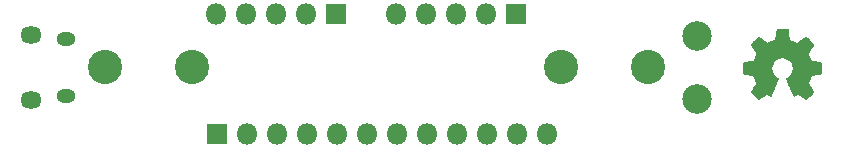
<source format=gbs>
G04 #@! TF.GenerationSoftware,KiCad,Pcbnew,(5.1.5-0-10_14)*
G04 #@! TF.CreationDate,2020-01-18T17:03:48-08:00*
G04 #@! TF.ProjectId,10440,31303434-302e-46b6-9963-61645f706362,rev?*
G04 #@! TF.SameCoordinates,Original*
G04 #@! TF.FileFunction,Soldermask,Bot*
G04 #@! TF.FilePolarity,Negative*
%FSLAX46Y46*%
G04 Gerber Fmt 4.6, Leading zero omitted, Abs format (unit mm)*
G04 Created by KiCad (PCBNEW (5.1.5-0-10_14)) date 2020-01-18 17:03:48*
%MOMM*%
%LPD*%
G04 APERTURE LIST*
%ADD10C,0.010000*%
%ADD11C,2.901600*%
%ADD12C,2.501600*%
%ADD13O,1.801600X1.801600*%
%ADD14R,1.801600X1.801600*%
%ADD15O,1.601600X1.201600*%
%ADD16O,1.801600X1.451600*%
G04 APERTURE END LIST*
D10*
G36*
X122954186Y-97193931D02*
G01*
X122870365Y-97638555D01*
X122561080Y-97766053D01*
X122251794Y-97893551D01*
X121880754Y-97641246D01*
X121776843Y-97570996D01*
X121682913Y-97508272D01*
X121603348Y-97455938D01*
X121542530Y-97416857D01*
X121504843Y-97393893D01*
X121494579Y-97388942D01*
X121476090Y-97401676D01*
X121436580Y-97436882D01*
X121380478Y-97490062D01*
X121312213Y-97556718D01*
X121236214Y-97632354D01*
X121156908Y-97712472D01*
X121078725Y-97792574D01*
X121006093Y-97868164D01*
X120943441Y-97934745D01*
X120895197Y-97987818D01*
X120865790Y-98022887D01*
X120858759Y-98034623D01*
X120868877Y-98056260D01*
X120897241Y-98103662D01*
X120940871Y-98172193D01*
X120996782Y-98257215D01*
X121061994Y-98354093D01*
X121099781Y-98409350D01*
X121168657Y-98510248D01*
X121229860Y-98601299D01*
X121280422Y-98677970D01*
X121317372Y-98735728D01*
X121337742Y-98770043D01*
X121340803Y-98777254D01*
X121333864Y-98797748D01*
X121314949Y-98845513D01*
X121286913Y-98913832D01*
X121252609Y-98995989D01*
X121214891Y-99085270D01*
X121176613Y-99174958D01*
X121140630Y-99258338D01*
X121109794Y-99328694D01*
X121086961Y-99379310D01*
X121074983Y-99403471D01*
X121074276Y-99404422D01*
X121055469Y-99409036D01*
X121005382Y-99419328D01*
X120929207Y-99434287D01*
X120832135Y-99452901D01*
X120719357Y-99474159D01*
X120653558Y-99486418D01*
X120533050Y-99509362D01*
X120424203Y-99531195D01*
X120332524Y-99550722D01*
X120263519Y-99566748D01*
X120222696Y-99578079D01*
X120214489Y-99581674D01*
X120206452Y-99606006D01*
X120199967Y-99660959D01*
X120195030Y-99740108D01*
X120191636Y-99837026D01*
X120189782Y-99945287D01*
X120189462Y-100058465D01*
X120190673Y-100170135D01*
X120193410Y-100273868D01*
X120197669Y-100363241D01*
X120203445Y-100431826D01*
X120210733Y-100473197D01*
X120215105Y-100481810D01*
X120241236Y-100492133D01*
X120296607Y-100506892D01*
X120373893Y-100524352D01*
X120465770Y-100542780D01*
X120497842Y-100548741D01*
X120652476Y-100577066D01*
X120774625Y-100599876D01*
X120868327Y-100618080D01*
X120937616Y-100632583D01*
X120986529Y-100644292D01*
X121019103Y-100654115D01*
X121039372Y-100662956D01*
X121051374Y-100671724D01*
X121053053Y-100673457D01*
X121069816Y-100701371D01*
X121095386Y-100755695D01*
X121127212Y-100829777D01*
X121162740Y-100916965D01*
X121199417Y-101010608D01*
X121234689Y-101104052D01*
X121266004Y-101190647D01*
X121290807Y-101263740D01*
X121306546Y-101316678D01*
X121310668Y-101342811D01*
X121310324Y-101343726D01*
X121296359Y-101365086D01*
X121264678Y-101412084D01*
X121218609Y-101479827D01*
X121161482Y-101563423D01*
X121096627Y-101657982D01*
X121078157Y-101684854D01*
X121012301Y-101782275D01*
X120954350Y-101871163D01*
X120907462Y-101946412D01*
X120874793Y-102002920D01*
X120859500Y-102035581D01*
X120858759Y-102039593D01*
X120871608Y-102060684D01*
X120907112Y-102102464D01*
X120960707Y-102160445D01*
X121027829Y-102230135D01*
X121103913Y-102307045D01*
X121184396Y-102386683D01*
X121264713Y-102464561D01*
X121340301Y-102536186D01*
X121406595Y-102597070D01*
X121459031Y-102642721D01*
X121493045Y-102668650D01*
X121502455Y-102672883D01*
X121524357Y-102662912D01*
X121569200Y-102636020D01*
X121629679Y-102596736D01*
X121676211Y-102565117D01*
X121760525Y-102507098D01*
X121860374Y-102438784D01*
X121960527Y-102370579D01*
X122014373Y-102334075D01*
X122196629Y-102210800D01*
X122349619Y-102293520D01*
X122419318Y-102329759D01*
X122478586Y-102357926D01*
X122518689Y-102373991D01*
X122528897Y-102376226D01*
X122541171Y-102359722D01*
X122565387Y-102313082D01*
X122599737Y-102240609D01*
X122642412Y-102146606D01*
X122691606Y-102035374D01*
X122745510Y-101911215D01*
X122802316Y-101778432D01*
X122860218Y-101641327D01*
X122917407Y-101504202D01*
X122972076Y-101371358D01*
X123022416Y-101247098D01*
X123066620Y-101135725D01*
X123102881Y-101041539D01*
X123129391Y-100968844D01*
X123144342Y-100921941D01*
X123146746Y-100905833D01*
X123127689Y-100885286D01*
X123085964Y-100851933D01*
X123030294Y-100812702D01*
X123025622Y-100809599D01*
X122881736Y-100694423D01*
X122765717Y-100560053D01*
X122678570Y-100410784D01*
X122621301Y-100250913D01*
X122594914Y-100084737D01*
X122600415Y-99916552D01*
X122638810Y-99750655D01*
X122711105Y-99591342D01*
X122732374Y-99556487D01*
X122843004Y-99415737D01*
X122973698Y-99302714D01*
X123119936Y-99218003D01*
X123277192Y-99162194D01*
X123440943Y-99135874D01*
X123606667Y-99139630D01*
X123769838Y-99174050D01*
X123925935Y-99239723D01*
X124070433Y-99337235D01*
X124115131Y-99376813D01*
X124228888Y-99500703D01*
X124311782Y-99631124D01*
X124368644Y-99777315D01*
X124400313Y-99922088D01*
X124408131Y-100084860D01*
X124382062Y-100248440D01*
X124324755Y-100407298D01*
X124238856Y-100555906D01*
X124127014Y-100688735D01*
X123991877Y-100800256D01*
X123974117Y-100812011D01*
X123917850Y-100850508D01*
X123875077Y-100883863D01*
X123854628Y-100905160D01*
X123854331Y-100905833D01*
X123858721Y-100928871D01*
X123876124Y-100981157D01*
X123904732Y-101058390D01*
X123942735Y-101156268D01*
X123988326Y-101270491D01*
X124039697Y-101396758D01*
X124095038Y-101530767D01*
X124152542Y-101668218D01*
X124210399Y-101804808D01*
X124266802Y-101936237D01*
X124319942Y-102058205D01*
X124368010Y-102166409D01*
X124409199Y-102256549D01*
X124441699Y-102324323D01*
X124463703Y-102365430D01*
X124472564Y-102376226D01*
X124499640Y-102367819D01*
X124550303Y-102345272D01*
X124615817Y-102312613D01*
X124651841Y-102293520D01*
X124804832Y-102210800D01*
X124987088Y-102334075D01*
X125080125Y-102397228D01*
X125181985Y-102466727D01*
X125277438Y-102532165D01*
X125325250Y-102565117D01*
X125392495Y-102610273D01*
X125449436Y-102646057D01*
X125488646Y-102667938D01*
X125501381Y-102672563D01*
X125519917Y-102660085D01*
X125560941Y-102625252D01*
X125620475Y-102571678D01*
X125694542Y-102502983D01*
X125779165Y-102422781D01*
X125832685Y-102371286D01*
X125926319Y-102279286D01*
X126007241Y-102196999D01*
X126072177Y-102127945D01*
X126117858Y-102075644D01*
X126141011Y-102043616D01*
X126143232Y-102037116D01*
X126132924Y-102012394D01*
X126104439Y-101962405D01*
X126060937Y-101892212D01*
X126005577Y-101806875D01*
X125941520Y-101711456D01*
X125923303Y-101684854D01*
X125856927Y-101588167D01*
X125797378Y-101501117D01*
X125747984Y-101428595D01*
X125712075Y-101375493D01*
X125692981Y-101346703D01*
X125691136Y-101343726D01*
X125693895Y-101320782D01*
X125708538Y-101270336D01*
X125732513Y-101199041D01*
X125763266Y-101113547D01*
X125798244Y-101020507D01*
X125834893Y-100926574D01*
X125870661Y-100838399D01*
X125902994Y-100762634D01*
X125929338Y-100705931D01*
X125947142Y-100674943D01*
X125948407Y-100673457D01*
X125959294Y-100664601D01*
X125977682Y-100655843D01*
X126007606Y-100646277D01*
X126053103Y-100634996D01*
X126118209Y-100621093D01*
X126206961Y-100603663D01*
X126323393Y-100581798D01*
X126471542Y-100554591D01*
X126503618Y-100548741D01*
X126598686Y-100530374D01*
X126681565Y-100512405D01*
X126744930Y-100496569D01*
X126781458Y-100484600D01*
X126786356Y-100481810D01*
X126794427Y-100457072D01*
X126800987Y-100401790D01*
X126806033Y-100322389D01*
X126809559Y-100225296D01*
X126811561Y-100116938D01*
X126812036Y-100003740D01*
X126810977Y-99892128D01*
X126808382Y-99788529D01*
X126804246Y-99699368D01*
X126798563Y-99631072D01*
X126791331Y-99590066D01*
X126786971Y-99581674D01*
X126762698Y-99573208D01*
X126707426Y-99559435D01*
X126626662Y-99541550D01*
X126525912Y-99520748D01*
X126410683Y-99498223D01*
X126347902Y-99486418D01*
X126228787Y-99464151D01*
X126122565Y-99443979D01*
X126034427Y-99426915D01*
X125969566Y-99413969D01*
X125933174Y-99406155D01*
X125927184Y-99404422D01*
X125917061Y-99384890D01*
X125895662Y-99337843D01*
X125865839Y-99270003D01*
X125830445Y-99188091D01*
X125792332Y-99098828D01*
X125754353Y-99008935D01*
X125719360Y-98925135D01*
X125690206Y-98854147D01*
X125669743Y-98802694D01*
X125660823Y-98777497D01*
X125660657Y-98776396D01*
X125670769Y-98756519D01*
X125699117Y-98710777D01*
X125742723Y-98643717D01*
X125798606Y-98559884D01*
X125863787Y-98463826D01*
X125901679Y-98408650D01*
X125970725Y-98307481D01*
X126032050Y-98215630D01*
X126082663Y-98137744D01*
X126119571Y-98078469D01*
X126139782Y-98042451D01*
X126142701Y-98034377D01*
X126130153Y-98015584D01*
X126095463Y-97975457D01*
X126043063Y-97918493D01*
X125977384Y-97849185D01*
X125902856Y-97772031D01*
X125823913Y-97691525D01*
X125744983Y-97612163D01*
X125670500Y-97538440D01*
X125604894Y-97474852D01*
X125552596Y-97425894D01*
X125518039Y-97396061D01*
X125506478Y-97388942D01*
X125487654Y-97398953D01*
X125442631Y-97427078D01*
X125375787Y-97470454D01*
X125291499Y-97526218D01*
X125194144Y-97591506D01*
X125120707Y-97641246D01*
X124749667Y-97893551D01*
X124131095Y-97638555D01*
X124047275Y-97193931D01*
X123963454Y-96749307D01*
X123038006Y-96749307D01*
X122954186Y-97193931D01*
G37*
X122954186Y-97193931D02*
X122870365Y-97638555D01*
X122561080Y-97766053D01*
X122251794Y-97893551D01*
X121880754Y-97641246D01*
X121776843Y-97570996D01*
X121682913Y-97508272D01*
X121603348Y-97455938D01*
X121542530Y-97416857D01*
X121504843Y-97393893D01*
X121494579Y-97388942D01*
X121476090Y-97401676D01*
X121436580Y-97436882D01*
X121380478Y-97490062D01*
X121312213Y-97556718D01*
X121236214Y-97632354D01*
X121156908Y-97712472D01*
X121078725Y-97792574D01*
X121006093Y-97868164D01*
X120943441Y-97934745D01*
X120895197Y-97987818D01*
X120865790Y-98022887D01*
X120858759Y-98034623D01*
X120868877Y-98056260D01*
X120897241Y-98103662D01*
X120940871Y-98172193D01*
X120996782Y-98257215D01*
X121061994Y-98354093D01*
X121099781Y-98409350D01*
X121168657Y-98510248D01*
X121229860Y-98601299D01*
X121280422Y-98677970D01*
X121317372Y-98735728D01*
X121337742Y-98770043D01*
X121340803Y-98777254D01*
X121333864Y-98797748D01*
X121314949Y-98845513D01*
X121286913Y-98913832D01*
X121252609Y-98995989D01*
X121214891Y-99085270D01*
X121176613Y-99174958D01*
X121140630Y-99258338D01*
X121109794Y-99328694D01*
X121086961Y-99379310D01*
X121074983Y-99403471D01*
X121074276Y-99404422D01*
X121055469Y-99409036D01*
X121005382Y-99419328D01*
X120929207Y-99434287D01*
X120832135Y-99452901D01*
X120719357Y-99474159D01*
X120653558Y-99486418D01*
X120533050Y-99509362D01*
X120424203Y-99531195D01*
X120332524Y-99550722D01*
X120263519Y-99566748D01*
X120222696Y-99578079D01*
X120214489Y-99581674D01*
X120206452Y-99606006D01*
X120199967Y-99660959D01*
X120195030Y-99740108D01*
X120191636Y-99837026D01*
X120189782Y-99945287D01*
X120189462Y-100058465D01*
X120190673Y-100170135D01*
X120193410Y-100273868D01*
X120197669Y-100363241D01*
X120203445Y-100431826D01*
X120210733Y-100473197D01*
X120215105Y-100481810D01*
X120241236Y-100492133D01*
X120296607Y-100506892D01*
X120373893Y-100524352D01*
X120465770Y-100542780D01*
X120497842Y-100548741D01*
X120652476Y-100577066D01*
X120774625Y-100599876D01*
X120868327Y-100618080D01*
X120937616Y-100632583D01*
X120986529Y-100644292D01*
X121019103Y-100654115D01*
X121039372Y-100662956D01*
X121051374Y-100671724D01*
X121053053Y-100673457D01*
X121069816Y-100701371D01*
X121095386Y-100755695D01*
X121127212Y-100829777D01*
X121162740Y-100916965D01*
X121199417Y-101010608D01*
X121234689Y-101104052D01*
X121266004Y-101190647D01*
X121290807Y-101263740D01*
X121306546Y-101316678D01*
X121310668Y-101342811D01*
X121310324Y-101343726D01*
X121296359Y-101365086D01*
X121264678Y-101412084D01*
X121218609Y-101479827D01*
X121161482Y-101563423D01*
X121096627Y-101657982D01*
X121078157Y-101684854D01*
X121012301Y-101782275D01*
X120954350Y-101871163D01*
X120907462Y-101946412D01*
X120874793Y-102002920D01*
X120859500Y-102035581D01*
X120858759Y-102039593D01*
X120871608Y-102060684D01*
X120907112Y-102102464D01*
X120960707Y-102160445D01*
X121027829Y-102230135D01*
X121103913Y-102307045D01*
X121184396Y-102386683D01*
X121264713Y-102464561D01*
X121340301Y-102536186D01*
X121406595Y-102597070D01*
X121459031Y-102642721D01*
X121493045Y-102668650D01*
X121502455Y-102672883D01*
X121524357Y-102662912D01*
X121569200Y-102636020D01*
X121629679Y-102596736D01*
X121676211Y-102565117D01*
X121760525Y-102507098D01*
X121860374Y-102438784D01*
X121960527Y-102370579D01*
X122014373Y-102334075D01*
X122196629Y-102210800D01*
X122349619Y-102293520D01*
X122419318Y-102329759D01*
X122478586Y-102357926D01*
X122518689Y-102373991D01*
X122528897Y-102376226D01*
X122541171Y-102359722D01*
X122565387Y-102313082D01*
X122599737Y-102240609D01*
X122642412Y-102146606D01*
X122691606Y-102035374D01*
X122745510Y-101911215D01*
X122802316Y-101778432D01*
X122860218Y-101641327D01*
X122917407Y-101504202D01*
X122972076Y-101371358D01*
X123022416Y-101247098D01*
X123066620Y-101135725D01*
X123102881Y-101041539D01*
X123129391Y-100968844D01*
X123144342Y-100921941D01*
X123146746Y-100905833D01*
X123127689Y-100885286D01*
X123085964Y-100851933D01*
X123030294Y-100812702D01*
X123025622Y-100809599D01*
X122881736Y-100694423D01*
X122765717Y-100560053D01*
X122678570Y-100410784D01*
X122621301Y-100250913D01*
X122594914Y-100084737D01*
X122600415Y-99916552D01*
X122638810Y-99750655D01*
X122711105Y-99591342D01*
X122732374Y-99556487D01*
X122843004Y-99415737D01*
X122973698Y-99302714D01*
X123119936Y-99218003D01*
X123277192Y-99162194D01*
X123440943Y-99135874D01*
X123606667Y-99139630D01*
X123769838Y-99174050D01*
X123925935Y-99239723D01*
X124070433Y-99337235D01*
X124115131Y-99376813D01*
X124228888Y-99500703D01*
X124311782Y-99631124D01*
X124368644Y-99777315D01*
X124400313Y-99922088D01*
X124408131Y-100084860D01*
X124382062Y-100248440D01*
X124324755Y-100407298D01*
X124238856Y-100555906D01*
X124127014Y-100688735D01*
X123991877Y-100800256D01*
X123974117Y-100812011D01*
X123917850Y-100850508D01*
X123875077Y-100883863D01*
X123854628Y-100905160D01*
X123854331Y-100905833D01*
X123858721Y-100928871D01*
X123876124Y-100981157D01*
X123904732Y-101058390D01*
X123942735Y-101156268D01*
X123988326Y-101270491D01*
X124039697Y-101396758D01*
X124095038Y-101530767D01*
X124152542Y-101668218D01*
X124210399Y-101804808D01*
X124266802Y-101936237D01*
X124319942Y-102058205D01*
X124368010Y-102166409D01*
X124409199Y-102256549D01*
X124441699Y-102324323D01*
X124463703Y-102365430D01*
X124472564Y-102376226D01*
X124499640Y-102367819D01*
X124550303Y-102345272D01*
X124615817Y-102312613D01*
X124651841Y-102293520D01*
X124804832Y-102210800D01*
X124987088Y-102334075D01*
X125080125Y-102397228D01*
X125181985Y-102466727D01*
X125277438Y-102532165D01*
X125325250Y-102565117D01*
X125392495Y-102610273D01*
X125449436Y-102646057D01*
X125488646Y-102667938D01*
X125501381Y-102672563D01*
X125519917Y-102660085D01*
X125560941Y-102625252D01*
X125620475Y-102571678D01*
X125694542Y-102502983D01*
X125779165Y-102422781D01*
X125832685Y-102371286D01*
X125926319Y-102279286D01*
X126007241Y-102196999D01*
X126072177Y-102127945D01*
X126117858Y-102075644D01*
X126141011Y-102043616D01*
X126143232Y-102037116D01*
X126132924Y-102012394D01*
X126104439Y-101962405D01*
X126060937Y-101892212D01*
X126005577Y-101806875D01*
X125941520Y-101711456D01*
X125923303Y-101684854D01*
X125856927Y-101588167D01*
X125797378Y-101501117D01*
X125747984Y-101428595D01*
X125712075Y-101375493D01*
X125692981Y-101346703D01*
X125691136Y-101343726D01*
X125693895Y-101320782D01*
X125708538Y-101270336D01*
X125732513Y-101199041D01*
X125763266Y-101113547D01*
X125798244Y-101020507D01*
X125834893Y-100926574D01*
X125870661Y-100838399D01*
X125902994Y-100762634D01*
X125929338Y-100705931D01*
X125947142Y-100674943D01*
X125948407Y-100673457D01*
X125959294Y-100664601D01*
X125977682Y-100655843D01*
X126007606Y-100646277D01*
X126053103Y-100634996D01*
X126118209Y-100621093D01*
X126206961Y-100603663D01*
X126323393Y-100581798D01*
X126471542Y-100554591D01*
X126503618Y-100548741D01*
X126598686Y-100530374D01*
X126681565Y-100512405D01*
X126744930Y-100496569D01*
X126781458Y-100484600D01*
X126786356Y-100481810D01*
X126794427Y-100457072D01*
X126800987Y-100401790D01*
X126806033Y-100322389D01*
X126809559Y-100225296D01*
X126811561Y-100116938D01*
X126812036Y-100003740D01*
X126810977Y-99892128D01*
X126808382Y-99788529D01*
X126804246Y-99699368D01*
X126798563Y-99631072D01*
X126791331Y-99590066D01*
X126786971Y-99581674D01*
X126762698Y-99573208D01*
X126707426Y-99559435D01*
X126626662Y-99541550D01*
X126525912Y-99520748D01*
X126410683Y-99498223D01*
X126347902Y-99486418D01*
X126228787Y-99464151D01*
X126122565Y-99443979D01*
X126034427Y-99426915D01*
X125969566Y-99413969D01*
X125933174Y-99406155D01*
X125927184Y-99404422D01*
X125917061Y-99384890D01*
X125895662Y-99337843D01*
X125865839Y-99270003D01*
X125830445Y-99188091D01*
X125792332Y-99098828D01*
X125754353Y-99008935D01*
X125719360Y-98925135D01*
X125690206Y-98854147D01*
X125669743Y-98802694D01*
X125660823Y-98777497D01*
X125660657Y-98776396D01*
X125670769Y-98756519D01*
X125699117Y-98710777D01*
X125742723Y-98643717D01*
X125798606Y-98559884D01*
X125863787Y-98463826D01*
X125901679Y-98408650D01*
X125970725Y-98307481D01*
X126032050Y-98215630D01*
X126082663Y-98137744D01*
X126119571Y-98078469D01*
X126139782Y-98042451D01*
X126142701Y-98034377D01*
X126130153Y-98015584D01*
X126095463Y-97975457D01*
X126043063Y-97918493D01*
X125977384Y-97849185D01*
X125902856Y-97772031D01*
X125823913Y-97691525D01*
X125744983Y-97612163D01*
X125670500Y-97538440D01*
X125604894Y-97474852D01*
X125552596Y-97425894D01*
X125518039Y-97396061D01*
X125506478Y-97388942D01*
X125487654Y-97398953D01*
X125442631Y-97427078D01*
X125375787Y-97470454D01*
X125291499Y-97526218D01*
X125194144Y-97591506D01*
X125120707Y-97641246D01*
X124749667Y-97893551D01*
X124131095Y-97638555D01*
X124047275Y-97193931D01*
X123963454Y-96749307D01*
X123038006Y-96749307D01*
X122954186Y-97193931D01*
D11*
X104745000Y-99975000D03*
X112145000Y-99975000D03*
X66145000Y-99975000D03*
X73545000Y-99975000D03*
D12*
X116275000Y-102650000D03*
X116275000Y-97350000D03*
D13*
X90850000Y-95435000D03*
X93390000Y-95435000D03*
X95930000Y-95435000D03*
X98470000Y-95435000D03*
D14*
X101010000Y-95435000D03*
D13*
X75590000Y-95445000D03*
X78130000Y-95445000D03*
X80670000Y-95445000D03*
X83210000Y-95445000D03*
D14*
X85750000Y-95445000D03*
D13*
X103560000Y-105610000D03*
X101020000Y-105610000D03*
X98480000Y-105610000D03*
X95940000Y-105610000D03*
X93400000Y-105610000D03*
X90860000Y-105610000D03*
X88320000Y-105610000D03*
X85780000Y-105610000D03*
X83240000Y-105610000D03*
X80700000Y-105610000D03*
X78160000Y-105610000D03*
D14*
X75620000Y-105610000D03*
D15*
X62885000Y-97555000D03*
X62885000Y-102395000D03*
D16*
X59885000Y-97245000D03*
X59885000Y-102705000D03*
M02*

</source>
